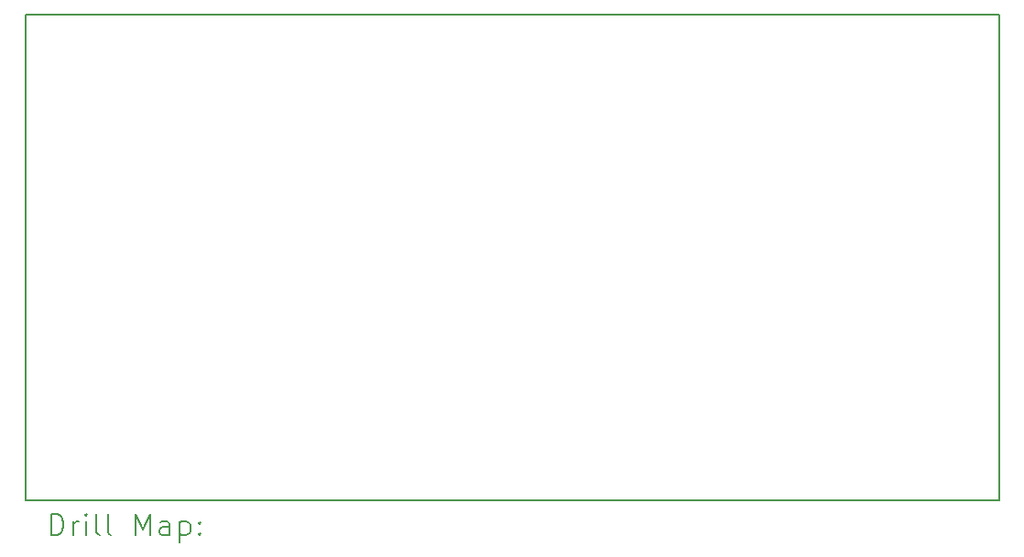
<source format=gbr>
%TF.GenerationSoftware,KiCad,Pcbnew,7.0.1-0*%
%TF.CreationDate,2024-02-17T19:14:01+01:00*%
%TF.ProjectId,parallel_trail,70617261-6c6c-4656-9c5f-747261696c2e,rev?*%
%TF.SameCoordinates,Original*%
%TF.FileFunction,Drillmap*%
%TF.FilePolarity,Positive*%
%FSLAX45Y45*%
G04 Gerber Fmt 4.5, Leading zero omitted, Abs format (unit mm)*
G04 Created by KiCad (PCBNEW 7.0.1-0) date 2024-02-17 19:14:01*
%MOMM*%
%LPD*%
G01*
G04 APERTURE LIST*
%ADD10C,0.200000*%
G04 APERTURE END LIST*
D10*
X4669400Y-7946000D02*
X13669400Y-7946000D01*
X13669400Y-12446000D01*
X4669400Y-12446000D01*
X4669400Y-7946000D01*
X4907019Y-12768524D02*
X4907019Y-12568524D01*
X4907019Y-12568524D02*
X4954638Y-12568524D01*
X4954638Y-12568524D02*
X4983210Y-12578048D01*
X4983210Y-12578048D02*
X5002257Y-12597095D01*
X5002257Y-12597095D02*
X5011781Y-12616143D01*
X5011781Y-12616143D02*
X5021305Y-12654238D01*
X5021305Y-12654238D02*
X5021305Y-12682809D01*
X5021305Y-12682809D02*
X5011781Y-12720905D01*
X5011781Y-12720905D02*
X5002257Y-12739952D01*
X5002257Y-12739952D02*
X4983210Y-12759000D01*
X4983210Y-12759000D02*
X4954638Y-12768524D01*
X4954638Y-12768524D02*
X4907019Y-12768524D01*
X5107019Y-12768524D02*
X5107019Y-12635190D01*
X5107019Y-12673286D02*
X5116543Y-12654238D01*
X5116543Y-12654238D02*
X5126067Y-12644714D01*
X5126067Y-12644714D02*
X5145114Y-12635190D01*
X5145114Y-12635190D02*
X5164162Y-12635190D01*
X5230829Y-12768524D02*
X5230829Y-12635190D01*
X5230829Y-12568524D02*
X5221305Y-12578048D01*
X5221305Y-12578048D02*
X5230829Y-12587571D01*
X5230829Y-12587571D02*
X5240352Y-12578048D01*
X5240352Y-12578048D02*
X5230829Y-12568524D01*
X5230829Y-12568524D02*
X5230829Y-12587571D01*
X5354638Y-12768524D02*
X5335590Y-12759000D01*
X5335590Y-12759000D02*
X5326067Y-12739952D01*
X5326067Y-12739952D02*
X5326067Y-12568524D01*
X5459400Y-12768524D02*
X5440352Y-12759000D01*
X5440352Y-12759000D02*
X5430829Y-12739952D01*
X5430829Y-12739952D02*
X5430829Y-12568524D01*
X5687971Y-12768524D02*
X5687971Y-12568524D01*
X5687971Y-12568524D02*
X5754638Y-12711381D01*
X5754638Y-12711381D02*
X5821305Y-12568524D01*
X5821305Y-12568524D02*
X5821305Y-12768524D01*
X6002257Y-12768524D02*
X6002257Y-12663762D01*
X6002257Y-12663762D02*
X5992733Y-12644714D01*
X5992733Y-12644714D02*
X5973686Y-12635190D01*
X5973686Y-12635190D02*
X5935590Y-12635190D01*
X5935590Y-12635190D02*
X5916543Y-12644714D01*
X6002257Y-12759000D02*
X5983209Y-12768524D01*
X5983209Y-12768524D02*
X5935590Y-12768524D01*
X5935590Y-12768524D02*
X5916543Y-12759000D01*
X5916543Y-12759000D02*
X5907019Y-12739952D01*
X5907019Y-12739952D02*
X5907019Y-12720905D01*
X5907019Y-12720905D02*
X5916543Y-12701857D01*
X5916543Y-12701857D02*
X5935590Y-12692333D01*
X5935590Y-12692333D02*
X5983209Y-12692333D01*
X5983209Y-12692333D02*
X6002257Y-12682809D01*
X6097495Y-12635190D02*
X6097495Y-12835190D01*
X6097495Y-12644714D02*
X6116543Y-12635190D01*
X6116543Y-12635190D02*
X6154638Y-12635190D01*
X6154638Y-12635190D02*
X6173686Y-12644714D01*
X6173686Y-12644714D02*
X6183209Y-12654238D01*
X6183209Y-12654238D02*
X6192733Y-12673286D01*
X6192733Y-12673286D02*
X6192733Y-12730428D01*
X6192733Y-12730428D02*
X6183209Y-12749476D01*
X6183209Y-12749476D02*
X6173686Y-12759000D01*
X6173686Y-12759000D02*
X6154638Y-12768524D01*
X6154638Y-12768524D02*
X6116543Y-12768524D01*
X6116543Y-12768524D02*
X6097495Y-12759000D01*
X6278448Y-12749476D02*
X6287971Y-12759000D01*
X6287971Y-12759000D02*
X6278448Y-12768524D01*
X6278448Y-12768524D02*
X6268924Y-12759000D01*
X6268924Y-12759000D02*
X6278448Y-12749476D01*
X6278448Y-12749476D02*
X6278448Y-12768524D01*
X6278448Y-12644714D02*
X6287971Y-12654238D01*
X6287971Y-12654238D02*
X6278448Y-12663762D01*
X6278448Y-12663762D02*
X6268924Y-12654238D01*
X6268924Y-12654238D02*
X6278448Y-12644714D01*
X6278448Y-12644714D02*
X6278448Y-12663762D01*
M02*

</source>
